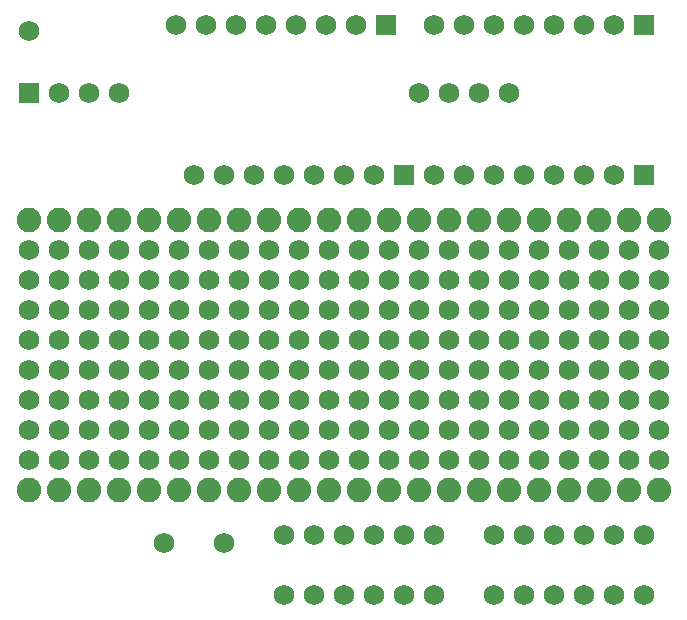
<source format=gbs>
G75*
G70*
%OFA0B0*%
%FSLAX24Y24*%
%IPPOS*%
%LPD*%
%AMOC8*
5,1,8,0,0,1.08239X$1,22.5*
%
%ADD10C,0.0680*%
%ADD11R,0.0680X0.0680*%
%ADD12C,0.0820*%
D10*
X005702Y003304D03*
X007702Y003304D03*
X009702Y003554D03*
X010702Y003554D03*
X011702Y003554D03*
X012702Y003554D03*
X013702Y003554D03*
X014702Y003554D03*
X016702Y003554D03*
X017702Y003554D03*
X018702Y003554D03*
X019702Y003554D03*
X020702Y003554D03*
X021702Y003554D03*
X021702Y001554D03*
X020702Y001554D03*
X019702Y001554D03*
X018702Y001554D03*
X017702Y001554D03*
X016702Y001554D03*
X014702Y001554D03*
X013702Y001554D03*
X012702Y001554D03*
X011702Y001554D03*
X010702Y001554D03*
X009702Y001554D03*
X010202Y006054D03*
X011202Y006054D03*
X012202Y006054D03*
X013202Y006054D03*
X013202Y007054D03*
X012202Y007054D03*
X011202Y007054D03*
X010202Y007054D03*
X009202Y007054D03*
X009202Y006054D03*
X008202Y006054D03*
X008202Y007054D03*
X008202Y008054D03*
X009202Y008054D03*
X010202Y008054D03*
X011202Y008054D03*
X012202Y008054D03*
X013202Y008054D03*
X013202Y009054D03*
X012202Y009054D03*
X011202Y009054D03*
X010202Y009054D03*
X009202Y009054D03*
X008202Y009054D03*
X008202Y010054D03*
X009202Y010054D03*
X010202Y010054D03*
X011202Y010054D03*
X012202Y010054D03*
X013202Y010054D03*
X013202Y011054D03*
X012202Y011054D03*
X011202Y011054D03*
X010202Y011054D03*
X009202Y011054D03*
X008202Y011054D03*
X008202Y012054D03*
X009202Y012054D03*
X010202Y012054D03*
X011202Y012054D03*
X012202Y012054D03*
X013202Y012054D03*
X014202Y012054D03*
X015202Y012054D03*
X016202Y012054D03*
X017202Y012054D03*
X018202Y012054D03*
X019202Y012054D03*
X020202Y012054D03*
X021202Y012054D03*
X022202Y012054D03*
X022202Y011054D03*
X022202Y010054D03*
X021202Y010054D03*
X021202Y011054D03*
X020202Y011054D03*
X020202Y010054D03*
X019202Y010054D03*
X019202Y011054D03*
X018202Y011054D03*
X018202Y010054D03*
X017202Y010054D03*
X017202Y011054D03*
X016202Y011054D03*
X016202Y010054D03*
X015202Y010054D03*
X015202Y011054D03*
X014202Y011054D03*
X014202Y010054D03*
X014202Y009054D03*
X015202Y009054D03*
X016202Y009054D03*
X017202Y009054D03*
X018202Y009054D03*
X019202Y009054D03*
X020202Y009054D03*
X020202Y008054D03*
X019202Y008054D03*
X018202Y008054D03*
X017202Y008054D03*
X016202Y008054D03*
X015202Y008054D03*
X014202Y008054D03*
X014202Y007054D03*
X015202Y007054D03*
X016202Y007054D03*
X017202Y007054D03*
X018202Y007054D03*
X019202Y007054D03*
X020202Y007054D03*
X020202Y006054D03*
X019202Y006054D03*
X018202Y006054D03*
X017202Y006054D03*
X016202Y006054D03*
X015202Y006054D03*
X014202Y006054D03*
X021202Y006054D03*
X022202Y006054D03*
X022202Y007054D03*
X021202Y007054D03*
X021202Y008054D03*
X022202Y008054D03*
X022202Y009054D03*
X021202Y009054D03*
X021202Y013054D03*
X022202Y013054D03*
X020202Y013054D03*
X019202Y013054D03*
X018202Y013054D03*
X017202Y013054D03*
X016202Y013054D03*
X015202Y013054D03*
X014202Y013054D03*
X013202Y013054D03*
X012202Y013054D03*
X011202Y013054D03*
X010202Y013054D03*
X009202Y013054D03*
X008202Y013054D03*
X007202Y013054D03*
X006202Y013054D03*
X005202Y013054D03*
X004202Y013054D03*
X003202Y013054D03*
X002202Y013054D03*
X002202Y012054D03*
X003202Y012054D03*
X004202Y012054D03*
X005202Y012054D03*
X006202Y012054D03*
X007202Y012054D03*
X007202Y011054D03*
X007202Y010054D03*
X006202Y010054D03*
X006202Y011054D03*
X005202Y011054D03*
X005202Y010054D03*
X004202Y010054D03*
X004202Y011054D03*
X003202Y011054D03*
X003202Y010054D03*
X002202Y010054D03*
X002202Y011054D03*
X001202Y011054D03*
X001202Y010054D03*
X001202Y009054D03*
X001202Y008054D03*
X002202Y008054D03*
X003202Y008054D03*
X004202Y008054D03*
X005202Y008054D03*
X006202Y008054D03*
X007202Y008054D03*
X007202Y009054D03*
X006202Y009054D03*
X005202Y009054D03*
X004202Y009054D03*
X003202Y009054D03*
X002202Y009054D03*
X002202Y007054D03*
X003202Y007054D03*
X004202Y007054D03*
X005202Y007054D03*
X006202Y007054D03*
X007202Y007054D03*
X007202Y006054D03*
X006202Y006054D03*
X005202Y006054D03*
X004202Y006054D03*
X003202Y006054D03*
X002202Y006054D03*
X001202Y006054D03*
X001202Y007054D03*
X001202Y012054D03*
X001202Y013054D03*
X002202Y018304D03*
X003202Y018304D03*
X004202Y018304D03*
X006102Y020554D03*
X007102Y020554D03*
X008102Y020554D03*
X009102Y020554D03*
X010102Y020554D03*
X011102Y020554D03*
X012102Y020554D03*
X014202Y018304D03*
X015202Y018304D03*
X016202Y018304D03*
X017202Y018304D03*
X017702Y020554D03*
X018702Y020554D03*
X019702Y020554D03*
X020702Y020554D03*
X016702Y020554D03*
X015702Y020554D03*
X014702Y020554D03*
X014702Y015554D03*
X015702Y015554D03*
X016702Y015554D03*
X017702Y015554D03*
X018702Y015554D03*
X019702Y015554D03*
X020702Y015554D03*
X012702Y015554D03*
X011702Y015554D03*
X010702Y015554D03*
X009702Y015554D03*
X008702Y015554D03*
X007702Y015554D03*
X006702Y015554D03*
X001202Y020354D03*
D11*
X001202Y018304D03*
X013102Y020554D03*
X013702Y015554D03*
X021702Y015554D03*
X021702Y020554D03*
D12*
X001202Y005054D03*
X002202Y005054D03*
X003202Y005054D03*
X004202Y005054D03*
X005202Y005054D03*
X006202Y005054D03*
X007202Y005054D03*
X008202Y005054D03*
X009202Y005054D03*
X010202Y005054D03*
X011202Y005054D03*
X012202Y005054D03*
X013202Y005054D03*
X014202Y005054D03*
X015202Y005054D03*
X016202Y005054D03*
X017202Y005054D03*
X018202Y005054D03*
X019202Y005054D03*
X020202Y005054D03*
X021202Y005054D03*
X022202Y005054D03*
X022202Y014054D03*
X021202Y014054D03*
X020202Y014054D03*
X019202Y014054D03*
X018202Y014054D03*
X017202Y014054D03*
X016202Y014054D03*
X015202Y014054D03*
X014202Y014054D03*
X013202Y014054D03*
X012202Y014054D03*
X011202Y014054D03*
X010202Y014054D03*
X009202Y014054D03*
X008202Y014054D03*
X007202Y014054D03*
X006202Y014054D03*
X005202Y014054D03*
X004202Y014054D03*
X003202Y014054D03*
X002202Y014054D03*
X001202Y014054D03*
M02*

</source>
